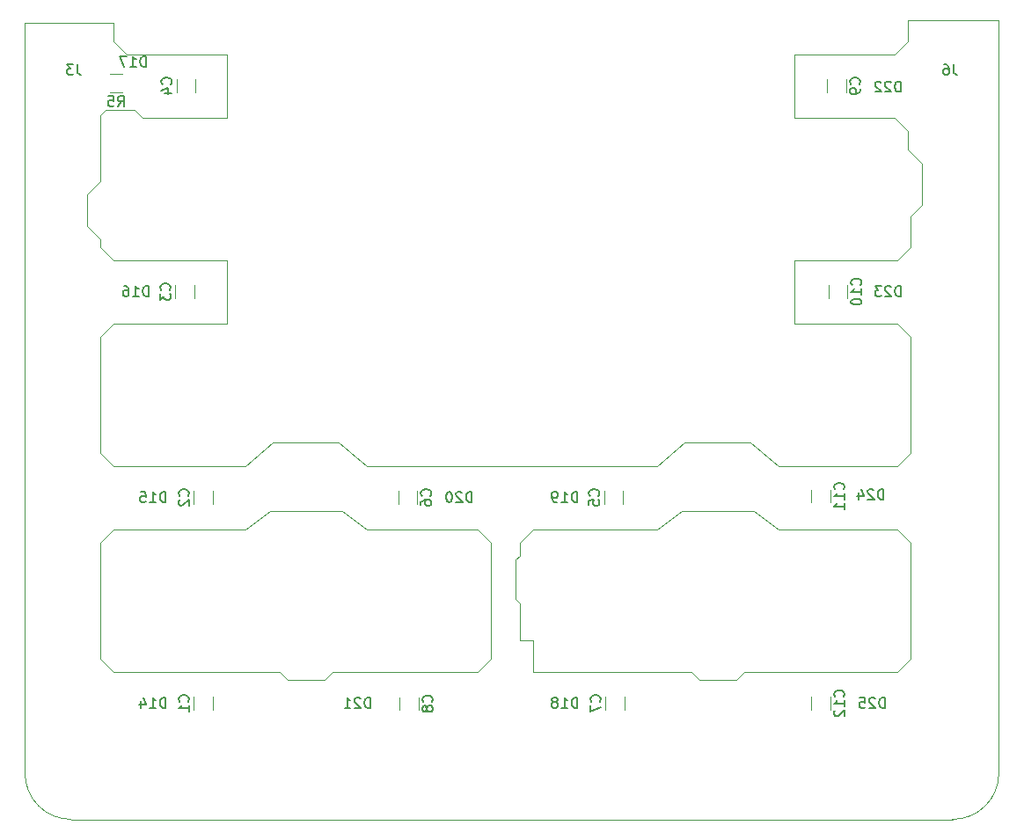
<source format=gbr>
G04 #@! TF.GenerationSoftware,KiCad,Pcbnew,(5.1.6)-1*
G04 #@! TF.CreationDate,2020-07-03T23:32:41-07:00*
G04 #@! TF.ProjectId,daughter,64617567-6874-4657-922e-6b696361645f,rev?*
G04 #@! TF.SameCoordinates,Original*
G04 #@! TF.FileFunction,Legend,Bot*
G04 #@! TF.FilePolarity,Positive*
%FSLAX46Y46*%
G04 Gerber Fmt 4.6, Leading zero omitted, Abs format (unit mm)*
G04 Created by KiCad (PCBNEW (5.1.6)-1) date 2020-07-03 23:32:41*
%MOMM*%
%LPD*%
G01*
G04 APERTURE LIST*
G04 #@! TA.AperFunction,Profile*
%ADD10C,0.050000*%
G04 #@! TD*
G04 #@! TA.AperFunction,Profile*
%ADD11C,0.120000*%
G04 #@! TD*
%ADD12C,0.120000*%
%ADD13C,0.150000*%
G04 APERTURE END LIST*
D10*
X167005000Y-81851500D02*
X173355000Y-81851500D01*
X176022000Y-84074000D02*
X173355000Y-81851500D01*
X164338000Y-84074000D02*
X167005000Y-81851500D01*
X173672500Y-88455500D02*
X166687500Y-88455500D01*
X176022000Y-90170000D02*
X173672500Y-88455500D01*
X164338000Y-90170000D02*
X166687500Y-88455500D01*
X127381000Y-81851500D02*
X133731000Y-81851500D01*
X134048500Y-88455500D02*
X127063500Y-88455500D01*
X136398000Y-90170000D02*
X134048500Y-88455500D01*
X136398000Y-84074000D02*
X133731000Y-81851500D01*
X124714000Y-84074000D02*
X127381000Y-81851500D01*
X124714000Y-90170000D02*
X127063500Y-88455500D01*
X107950000Y-118110000D02*
X192786000Y-118110000D01*
X197231000Y-41148000D02*
X196596000Y-41148000D01*
X197231000Y-113665000D02*
X197231000Y-41148000D01*
X103505000Y-41402000D02*
X104140000Y-41402000D01*
X103505000Y-113665000D02*
X103505000Y-41402000D01*
D11*
X107950000Y-118110000D02*
G75*
G02*
X103505000Y-113665000I0J4445000D01*
G01*
X197231000Y-113665000D02*
G75*
G02*
X192786000Y-118110000I-4445000J0D01*
G01*
D10*
X188468000Y-41148000D02*
X196596000Y-41148000D01*
X188468000Y-43180000D02*
X188468000Y-41148000D01*
X187198000Y-44450000D02*
X188468000Y-43180000D01*
X177546000Y-44450000D02*
X187198000Y-44450000D01*
X177546000Y-50546000D02*
X177546000Y-44450000D01*
X187198000Y-50546000D02*
X177546000Y-50546000D01*
X188468000Y-51816000D02*
X187198000Y-50546000D01*
X188468000Y-53594000D02*
X188468000Y-51816000D01*
X189865000Y-54991000D02*
X188468000Y-53594000D01*
X189865000Y-58928000D02*
X189865000Y-54991000D01*
X188722000Y-60071000D02*
X189865000Y-58928000D01*
X188722000Y-62992000D02*
X188722000Y-60071000D01*
X187452000Y-64262000D02*
X188722000Y-62992000D01*
X177546000Y-64262000D02*
X187452000Y-64262000D01*
X177546000Y-70358000D02*
X177546000Y-64262000D01*
X187452000Y-70358000D02*
X177546000Y-70358000D01*
X188722000Y-71628000D02*
X187452000Y-70358000D01*
X188722000Y-82804000D02*
X188722000Y-71628000D01*
X187452000Y-84074000D02*
X188722000Y-82804000D01*
X176022000Y-84074000D02*
X187452000Y-84074000D01*
X187452000Y-90170000D02*
X176022000Y-90170000D01*
X188722000Y-91440000D02*
X187452000Y-90170000D01*
X188722000Y-102616000D02*
X188722000Y-91440000D01*
X187452000Y-103886000D02*
X188722000Y-102616000D01*
X172720000Y-103886000D02*
X187452000Y-103886000D01*
X171958000Y-104648000D02*
X172720000Y-103886000D01*
X168402000Y-104648000D02*
X171958000Y-104648000D01*
X167640000Y-103886000D02*
X168402000Y-104648000D01*
X152400000Y-103886000D02*
X167640000Y-103886000D01*
X152400000Y-100838000D02*
X152400000Y-103886000D01*
X151130000Y-100838000D02*
X152400000Y-100838000D01*
X151130000Y-97282000D02*
X151130000Y-100838000D01*
X150749000Y-96901000D02*
X151130000Y-97282000D01*
X150749000Y-93091000D02*
X150749000Y-96901000D01*
X151130000Y-92710000D02*
X150749000Y-93091000D01*
X151130000Y-91440000D02*
X151130000Y-92710000D01*
X152400000Y-90170000D02*
X151130000Y-91440000D01*
X164338000Y-90170000D02*
X152400000Y-90170000D01*
X136398000Y-84074000D02*
X164338000Y-84074000D01*
X147066000Y-90170000D02*
X136398000Y-90170000D01*
X148336000Y-91440000D02*
X147066000Y-90170000D01*
X148336000Y-102616000D02*
X148336000Y-91440000D01*
X147066000Y-103886000D02*
X148336000Y-102616000D01*
X133096000Y-103886000D02*
X147066000Y-103886000D01*
X132334000Y-104648000D02*
X133096000Y-103886000D01*
X128778000Y-104648000D02*
X132334000Y-104648000D01*
X128016000Y-103886000D02*
X128778000Y-104648000D01*
X112014000Y-103886000D02*
X128016000Y-103886000D01*
X110744000Y-102616000D02*
X112014000Y-103886000D01*
X110744000Y-91440000D02*
X110744000Y-102616000D01*
X112014000Y-90170000D02*
X110744000Y-91440000D01*
X124714000Y-90170000D02*
X112014000Y-90170000D01*
X112014000Y-84074000D02*
X124714000Y-84074000D01*
X110744000Y-82804000D02*
X112014000Y-84074000D01*
X110744000Y-71628000D02*
X110744000Y-82804000D01*
X112014000Y-70358000D02*
X110744000Y-71628000D01*
X122936000Y-70358000D02*
X112014000Y-70358000D01*
X122936000Y-64262000D02*
X122936000Y-70358000D01*
X112014000Y-64262000D02*
X122936000Y-64262000D01*
X110744000Y-62992000D02*
X112014000Y-64262000D01*
X110744000Y-62230000D02*
X110744000Y-62992000D01*
X109474000Y-60960000D02*
X110744000Y-62230000D01*
X109474000Y-57912000D02*
X109474000Y-60960000D01*
X110744000Y-56642000D02*
X109474000Y-57912000D01*
X110744000Y-50292000D02*
X110744000Y-56642000D01*
X111252000Y-49784000D02*
X110744000Y-50292000D01*
X114046000Y-49784000D02*
X111252000Y-49784000D01*
X114808000Y-50546000D02*
X114046000Y-49784000D01*
X122936000Y-50546000D02*
X114808000Y-50546000D01*
X122936000Y-44450000D02*
X122936000Y-50546000D01*
X113284000Y-44450000D02*
X122936000Y-44450000D01*
X112014000Y-43180000D02*
X113284000Y-44450000D01*
X112014000Y-41402000D02*
X112014000Y-43180000D01*
X104140000Y-41402000D02*
X112014000Y-41402000D01*
D12*
X112870064Y-48154000D02*
X111665936Y-48154000D01*
X112870064Y-46334000D02*
X111665936Y-46334000D01*
X119740000Y-106331936D02*
X119740000Y-107536064D01*
X121560000Y-106331936D02*
X121560000Y-107536064D01*
X119740000Y-86519936D02*
X119740000Y-87724064D01*
X121560000Y-86519936D02*
X121560000Y-87724064D01*
X119782000Y-66707936D02*
X119782000Y-67912064D01*
X117962000Y-66707936D02*
X117962000Y-67912064D01*
X118089000Y-46895936D02*
X118089000Y-48100064D01*
X119909000Y-46895936D02*
X119909000Y-48100064D01*
X159237000Y-86519936D02*
X159237000Y-87724064D01*
X161057000Y-86519936D02*
X161057000Y-87724064D01*
X139425000Y-87724064D02*
X139425000Y-86519936D01*
X141245000Y-87724064D02*
X141245000Y-86519936D01*
X159364000Y-106331936D02*
X159364000Y-107536064D01*
X161184000Y-106331936D02*
X161184000Y-107536064D01*
X141372000Y-107572564D02*
X141372000Y-106368436D01*
X139552000Y-107572564D02*
X139552000Y-106368436D01*
X180700000Y-48100064D02*
X180700000Y-46895936D01*
X182520000Y-48100064D02*
X182520000Y-46895936D01*
X180827000Y-67912064D02*
X180827000Y-66707936D01*
X182647000Y-67912064D02*
X182647000Y-66707936D01*
X180996000Y-87597064D02*
X180996000Y-86392936D01*
X179176000Y-87597064D02*
X179176000Y-86392936D01*
X180996000Y-107536064D02*
X180996000Y-106331936D01*
X179176000Y-107536064D02*
X179176000Y-106331936D01*
D13*
X108537333Y-45426380D02*
X108537333Y-46140666D01*
X108584952Y-46283523D01*
X108680190Y-46378761D01*
X108823047Y-46426380D01*
X108918285Y-46426380D01*
X108156380Y-45426380D02*
X107537333Y-45426380D01*
X107870666Y-45807333D01*
X107727809Y-45807333D01*
X107632571Y-45854952D01*
X107584952Y-45902571D01*
X107537333Y-45997809D01*
X107537333Y-46235904D01*
X107584952Y-46331142D01*
X107632571Y-46378761D01*
X107727809Y-46426380D01*
X108013523Y-46426380D01*
X108108761Y-46378761D01*
X108156380Y-46331142D01*
X146502285Y-87574380D02*
X146502285Y-86574380D01*
X146264190Y-86574380D01*
X146121333Y-86622000D01*
X146026095Y-86717238D01*
X145978476Y-86812476D01*
X145930857Y-87002952D01*
X145930857Y-87145809D01*
X145978476Y-87336285D01*
X146026095Y-87431523D01*
X146121333Y-87526761D01*
X146264190Y-87574380D01*
X146502285Y-87574380D01*
X145549904Y-86669619D02*
X145502285Y-86622000D01*
X145407047Y-86574380D01*
X145168952Y-86574380D01*
X145073714Y-86622000D01*
X145026095Y-86669619D01*
X144978476Y-86764857D01*
X144978476Y-86860095D01*
X145026095Y-87002952D01*
X145597523Y-87574380D01*
X144978476Y-87574380D01*
X144359428Y-86574380D02*
X144264190Y-86574380D01*
X144168952Y-86622000D01*
X144121333Y-86669619D01*
X144073714Y-86764857D01*
X144026095Y-86955333D01*
X144026095Y-87193428D01*
X144073714Y-87383904D01*
X144121333Y-87479142D01*
X144168952Y-87526761D01*
X144264190Y-87574380D01*
X144359428Y-87574380D01*
X144454666Y-87526761D01*
X144502285Y-87479142D01*
X144549904Y-87383904D01*
X144597523Y-87193428D01*
X144597523Y-86955333D01*
X144549904Y-86764857D01*
X144502285Y-86669619D01*
X144454666Y-86622000D01*
X144359428Y-86574380D01*
X112434666Y-49474380D02*
X112768000Y-48998190D01*
X113006095Y-49474380D02*
X113006095Y-48474380D01*
X112625142Y-48474380D01*
X112529904Y-48522000D01*
X112482285Y-48569619D01*
X112434666Y-48664857D01*
X112434666Y-48807714D01*
X112482285Y-48902952D01*
X112529904Y-48950571D01*
X112625142Y-48998190D01*
X113006095Y-48998190D01*
X111529904Y-48474380D02*
X112006095Y-48474380D01*
X112053714Y-48950571D01*
X112006095Y-48902952D01*
X111910857Y-48855333D01*
X111672761Y-48855333D01*
X111577523Y-48902952D01*
X111529904Y-48950571D01*
X111482285Y-49045809D01*
X111482285Y-49283904D01*
X111529904Y-49379142D01*
X111577523Y-49426761D01*
X111672761Y-49474380D01*
X111910857Y-49474380D01*
X112006095Y-49426761D01*
X112053714Y-49379142D01*
X119187142Y-106767333D02*
X119234761Y-106719714D01*
X119282380Y-106576857D01*
X119282380Y-106481619D01*
X119234761Y-106338761D01*
X119139523Y-106243523D01*
X119044285Y-106195904D01*
X118853809Y-106148285D01*
X118710952Y-106148285D01*
X118520476Y-106195904D01*
X118425238Y-106243523D01*
X118330000Y-106338761D01*
X118282380Y-106481619D01*
X118282380Y-106576857D01*
X118330000Y-106719714D01*
X118377619Y-106767333D01*
X119282380Y-107719714D02*
X119282380Y-107148285D01*
X119282380Y-107434000D02*
X118282380Y-107434000D01*
X118425238Y-107338761D01*
X118520476Y-107243523D01*
X118568095Y-107148285D01*
X119187142Y-86955333D02*
X119234761Y-86907714D01*
X119282380Y-86764857D01*
X119282380Y-86669619D01*
X119234761Y-86526761D01*
X119139523Y-86431523D01*
X119044285Y-86383904D01*
X118853809Y-86336285D01*
X118710952Y-86336285D01*
X118520476Y-86383904D01*
X118425238Y-86431523D01*
X118330000Y-86526761D01*
X118282380Y-86669619D01*
X118282380Y-86764857D01*
X118330000Y-86907714D01*
X118377619Y-86955333D01*
X118377619Y-87336285D02*
X118330000Y-87383904D01*
X118282380Y-87479142D01*
X118282380Y-87717238D01*
X118330000Y-87812476D01*
X118377619Y-87860095D01*
X118472857Y-87907714D01*
X118568095Y-87907714D01*
X118710952Y-87860095D01*
X119282380Y-87288666D01*
X119282380Y-87907714D01*
X117409142Y-67143333D02*
X117456761Y-67095714D01*
X117504380Y-66952857D01*
X117504380Y-66857619D01*
X117456761Y-66714761D01*
X117361523Y-66619523D01*
X117266285Y-66571904D01*
X117075809Y-66524285D01*
X116932952Y-66524285D01*
X116742476Y-66571904D01*
X116647238Y-66619523D01*
X116552000Y-66714761D01*
X116504380Y-66857619D01*
X116504380Y-66952857D01*
X116552000Y-67095714D01*
X116599619Y-67143333D01*
X116504380Y-67476666D02*
X116504380Y-68095714D01*
X116885333Y-67762380D01*
X116885333Y-67905238D01*
X116932952Y-68000476D01*
X116980571Y-68048095D01*
X117075809Y-68095714D01*
X117313904Y-68095714D01*
X117409142Y-68048095D01*
X117456761Y-68000476D01*
X117504380Y-67905238D01*
X117504380Y-67619523D01*
X117456761Y-67524285D01*
X117409142Y-67476666D01*
X117536142Y-47331333D02*
X117583761Y-47283714D01*
X117631380Y-47140857D01*
X117631380Y-47045619D01*
X117583761Y-46902761D01*
X117488523Y-46807523D01*
X117393285Y-46759904D01*
X117202809Y-46712285D01*
X117059952Y-46712285D01*
X116869476Y-46759904D01*
X116774238Y-46807523D01*
X116679000Y-46902761D01*
X116631380Y-47045619D01*
X116631380Y-47140857D01*
X116679000Y-47283714D01*
X116726619Y-47331333D01*
X116964714Y-48188476D02*
X117631380Y-48188476D01*
X116583761Y-47950380D02*
X117298047Y-47712285D01*
X117298047Y-48331333D01*
X158684142Y-86955333D02*
X158731761Y-86907714D01*
X158779380Y-86764857D01*
X158779380Y-86669619D01*
X158731761Y-86526761D01*
X158636523Y-86431523D01*
X158541285Y-86383904D01*
X158350809Y-86336285D01*
X158207952Y-86336285D01*
X158017476Y-86383904D01*
X157922238Y-86431523D01*
X157827000Y-86526761D01*
X157779380Y-86669619D01*
X157779380Y-86764857D01*
X157827000Y-86907714D01*
X157874619Y-86955333D01*
X157779380Y-87860095D02*
X157779380Y-87383904D01*
X158255571Y-87336285D01*
X158207952Y-87383904D01*
X158160333Y-87479142D01*
X158160333Y-87717238D01*
X158207952Y-87812476D01*
X158255571Y-87860095D01*
X158350809Y-87907714D01*
X158588904Y-87907714D01*
X158684142Y-87860095D01*
X158731761Y-87812476D01*
X158779380Y-87717238D01*
X158779380Y-87479142D01*
X158731761Y-87383904D01*
X158684142Y-87336285D01*
X142512142Y-86955333D02*
X142559761Y-86907714D01*
X142607380Y-86764857D01*
X142607380Y-86669619D01*
X142559761Y-86526761D01*
X142464523Y-86431523D01*
X142369285Y-86383904D01*
X142178809Y-86336285D01*
X142035952Y-86336285D01*
X141845476Y-86383904D01*
X141750238Y-86431523D01*
X141655000Y-86526761D01*
X141607380Y-86669619D01*
X141607380Y-86764857D01*
X141655000Y-86907714D01*
X141702619Y-86955333D01*
X141607380Y-87812476D02*
X141607380Y-87622000D01*
X141655000Y-87526761D01*
X141702619Y-87479142D01*
X141845476Y-87383904D01*
X142035952Y-87336285D01*
X142416904Y-87336285D01*
X142512142Y-87383904D01*
X142559761Y-87431523D01*
X142607380Y-87526761D01*
X142607380Y-87717238D01*
X142559761Y-87812476D01*
X142512142Y-87860095D01*
X142416904Y-87907714D01*
X142178809Y-87907714D01*
X142083571Y-87860095D01*
X142035952Y-87812476D01*
X141988333Y-87717238D01*
X141988333Y-87526761D01*
X142035952Y-87431523D01*
X142083571Y-87383904D01*
X142178809Y-87336285D01*
X158811142Y-106767333D02*
X158858761Y-106719714D01*
X158906380Y-106576857D01*
X158906380Y-106481619D01*
X158858761Y-106338761D01*
X158763523Y-106243523D01*
X158668285Y-106195904D01*
X158477809Y-106148285D01*
X158334952Y-106148285D01*
X158144476Y-106195904D01*
X158049238Y-106243523D01*
X157954000Y-106338761D01*
X157906380Y-106481619D01*
X157906380Y-106576857D01*
X157954000Y-106719714D01*
X158001619Y-106767333D01*
X157906380Y-107100666D02*
X157906380Y-107767333D01*
X158906380Y-107338761D01*
X142639142Y-106803833D02*
X142686761Y-106756214D01*
X142734380Y-106613357D01*
X142734380Y-106518119D01*
X142686761Y-106375261D01*
X142591523Y-106280023D01*
X142496285Y-106232404D01*
X142305809Y-106184785D01*
X142162952Y-106184785D01*
X141972476Y-106232404D01*
X141877238Y-106280023D01*
X141782000Y-106375261D01*
X141734380Y-106518119D01*
X141734380Y-106613357D01*
X141782000Y-106756214D01*
X141829619Y-106803833D01*
X142162952Y-107375261D02*
X142115333Y-107280023D01*
X142067714Y-107232404D01*
X141972476Y-107184785D01*
X141924857Y-107184785D01*
X141829619Y-107232404D01*
X141782000Y-107280023D01*
X141734380Y-107375261D01*
X141734380Y-107565738D01*
X141782000Y-107660976D01*
X141829619Y-107708595D01*
X141924857Y-107756214D01*
X141972476Y-107756214D01*
X142067714Y-107708595D01*
X142115333Y-107660976D01*
X142162952Y-107565738D01*
X142162952Y-107375261D01*
X142210571Y-107280023D01*
X142258190Y-107232404D01*
X142353428Y-107184785D01*
X142543904Y-107184785D01*
X142639142Y-107232404D01*
X142686761Y-107280023D01*
X142734380Y-107375261D01*
X142734380Y-107565738D01*
X142686761Y-107660976D01*
X142639142Y-107708595D01*
X142543904Y-107756214D01*
X142353428Y-107756214D01*
X142258190Y-107708595D01*
X142210571Y-107660976D01*
X142162952Y-107565738D01*
X183787142Y-47331333D02*
X183834761Y-47283714D01*
X183882380Y-47140857D01*
X183882380Y-47045619D01*
X183834761Y-46902761D01*
X183739523Y-46807523D01*
X183644285Y-46759904D01*
X183453809Y-46712285D01*
X183310952Y-46712285D01*
X183120476Y-46759904D01*
X183025238Y-46807523D01*
X182930000Y-46902761D01*
X182882380Y-47045619D01*
X182882380Y-47140857D01*
X182930000Y-47283714D01*
X182977619Y-47331333D01*
X183882380Y-47807523D02*
X183882380Y-47998000D01*
X183834761Y-48093238D01*
X183787142Y-48140857D01*
X183644285Y-48236095D01*
X183453809Y-48283714D01*
X183072857Y-48283714D01*
X182977619Y-48236095D01*
X182930000Y-48188476D01*
X182882380Y-48093238D01*
X182882380Y-47902761D01*
X182930000Y-47807523D01*
X182977619Y-47759904D01*
X183072857Y-47712285D01*
X183310952Y-47712285D01*
X183406190Y-47759904D01*
X183453809Y-47807523D01*
X183501428Y-47902761D01*
X183501428Y-48093238D01*
X183453809Y-48188476D01*
X183406190Y-48236095D01*
X183310952Y-48283714D01*
X183914142Y-66667142D02*
X183961761Y-66619523D01*
X184009380Y-66476666D01*
X184009380Y-66381428D01*
X183961761Y-66238571D01*
X183866523Y-66143333D01*
X183771285Y-66095714D01*
X183580809Y-66048095D01*
X183437952Y-66048095D01*
X183247476Y-66095714D01*
X183152238Y-66143333D01*
X183057000Y-66238571D01*
X183009380Y-66381428D01*
X183009380Y-66476666D01*
X183057000Y-66619523D01*
X183104619Y-66667142D01*
X184009380Y-67619523D02*
X184009380Y-67048095D01*
X184009380Y-67333809D02*
X183009380Y-67333809D01*
X183152238Y-67238571D01*
X183247476Y-67143333D01*
X183295095Y-67048095D01*
X183009380Y-68238571D02*
X183009380Y-68333809D01*
X183057000Y-68429047D01*
X183104619Y-68476666D01*
X183199857Y-68524285D01*
X183390333Y-68571904D01*
X183628428Y-68571904D01*
X183818904Y-68524285D01*
X183914142Y-68476666D01*
X183961761Y-68429047D01*
X184009380Y-68333809D01*
X184009380Y-68238571D01*
X183961761Y-68143333D01*
X183914142Y-68095714D01*
X183818904Y-68048095D01*
X183628428Y-68000476D01*
X183390333Y-68000476D01*
X183199857Y-68048095D01*
X183104619Y-68095714D01*
X183057000Y-68143333D01*
X183009380Y-68238571D01*
X182263142Y-86352142D02*
X182310761Y-86304523D01*
X182358380Y-86161666D01*
X182358380Y-86066428D01*
X182310761Y-85923571D01*
X182215523Y-85828333D01*
X182120285Y-85780714D01*
X181929809Y-85733095D01*
X181786952Y-85733095D01*
X181596476Y-85780714D01*
X181501238Y-85828333D01*
X181406000Y-85923571D01*
X181358380Y-86066428D01*
X181358380Y-86161666D01*
X181406000Y-86304523D01*
X181453619Y-86352142D01*
X182358380Y-87304523D02*
X182358380Y-86733095D01*
X182358380Y-87018809D02*
X181358380Y-87018809D01*
X181501238Y-86923571D01*
X181596476Y-86828333D01*
X181644095Y-86733095D01*
X182358380Y-88256904D02*
X182358380Y-87685476D01*
X182358380Y-87971190D02*
X181358380Y-87971190D01*
X181501238Y-87875952D01*
X181596476Y-87780714D01*
X181644095Y-87685476D01*
X182263142Y-106291142D02*
X182310761Y-106243523D01*
X182358380Y-106100666D01*
X182358380Y-106005428D01*
X182310761Y-105862571D01*
X182215523Y-105767333D01*
X182120285Y-105719714D01*
X181929809Y-105672095D01*
X181786952Y-105672095D01*
X181596476Y-105719714D01*
X181501238Y-105767333D01*
X181406000Y-105862571D01*
X181358380Y-106005428D01*
X181358380Y-106100666D01*
X181406000Y-106243523D01*
X181453619Y-106291142D01*
X182358380Y-107243523D02*
X182358380Y-106672095D01*
X182358380Y-106957809D02*
X181358380Y-106957809D01*
X181501238Y-106862571D01*
X181596476Y-106767333D01*
X181644095Y-106672095D01*
X181453619Y-107624476D02*
X181406000Y-107672095D01*
X181358380Y-107767333D01*
X181358380Y-108005428D01*
X181406000Y-108100666D01*
X181453619Y-108148285D01*
X181548857Y-108195904D01*
X181644095Y-108195904D01*
X181786952Y-108148285D01*
X182358380Y-107576857D01*
X182358380Y-108195904D01*
X117038285Y-107386380D02*
X117038285Y-106386380D01*
X116800190Y-106386380D01*
X116657333Y-106434000D01*
X116562095Y-106529238D01*
X116514476Y-106624476D01*
X116466857Y-106814952D01*
X116466857Y-106957809D01*
X116514476Y-107148285D01*
X116562095Y-107243523D01*
X116657333Y-107338761D01*
X116800190Y-107386380D01*
X117038285Y-107386380D01*
X115514476Y-107386380D02*
X116085904Y-107386380D01*
X115800190Y-107386380D02*
X115800190Y-106386380D01*
X115895428Y-106529238D01*
X115990666Y-106624476D01*
X116085904Y-106672095D01*
X114657333Y-106719714D02*
X114657333Y-107386380D01*
X114895428Y-106338761D02*
X115133523Y-107053047D01*
X114514476Y-107053047D01*
X117038285Y-87574380D02*
X117038285Y-86574380D01*
X116800190Y-86574380D01*
X116657333Y-86622000D01*
X116562095Y-86717238D01*
X116514476Y-86812476D01*
X116466857Y-87002952D01*
X116466857Y-87145809D01*
X116514476Y-87336285D01*
X116562095Y-87431523D01*
X116657333Y-87526761D01*
X116800190Y-87574380D01*
X117038285Y-87574380D01*
X115514476Y-87574380D02*
X116085904Y-87574380D01*
X115800190Y-87574380D02*
X115800190Y-86574380D01*
X115895428Y-86717238D01*
X115990666Y-86812476D01*
X116085904Y-86860095D01*
X114609714Y-86574380D02*
X115085904Y-86574380D01*
X115133523Y-87050571D01*
X115085904Y-87002952D01*
X114990666Y-86955333D01*
X114752571Y-86955333D01*
X114657333Y-87002952D01*
X114609714Y-87050571D01*
X114562095Y-87145809D01*
X114562095Y-87383904D01*
X114609714Y-87479142D01*
X114657333Y-87526761D01*
X114752571Y-87574380D01*
X114990666Y-87574380D01*
X115085904Y-87526761D01*
X115133523Y-87479142D01*
X115387285Y-67762380D02*
X115387285Y-66762380D01*
X115149190Y-66762380D01*
X115006333Y-66810000D01*
X114911095Y-66905238D01*
X114863476Y-67000476D01*
X114815857Y-67190952D01*
X114815857Y-67333809D01*
X114863476Y-67524285D01*
X114911095Y-67619523D01*
X115006333Y-67714761D01*
X115149190Y-67762380D01*
X115387285Y-67762380D01*
X113863476Y-67762380D02*
X114434904Y-67762380D01*
X114149190Y-67762380D02*
X114149190Y-66762380D01*
X114244428Y-66905238D01*
X114339666Y-67000476D01*
X114434904Y-67048095D01*
X113006333Y-66762380D02*
X113196809Y-66762380D01*
X113292047Y-66810000D01*
X113339666Y-66857619D01*
X113434904Y-67000476D01*
X113482523Y-67190952D01*
X113482523Y-67571904D01*
X113434904Y-67667142D01*
X113387285Y-67714761D01*
X113292047Y-67762380D01*
X113101571Y-67762380D01*
X113006333Y-67714761D01*
X112958714Y-67667142D01*
X112911095Y-67571904D01*
X112911095Y-67333809D01*
X112958714Y-67238571D01*
X113006333Y-67190952D01*
X113101571Y-67143333D01*
X113292047Y-67143333D01*
X113387285Y-67190952D01*
X113434904Y-67238571D01*
X113482523Y-67333809D01*
X115133285Y-45664380D02*
X115133285Y-44664380D01*
X114895190Y-44664380D01*
X114752333Y-44712000D01*
X114657095Y-44807238D01*
X114609476Y-44902476D01*
X114561857Y-45092952D01*
X114561857Y-45235809D01*
X114609476Y-45426285D01*
X114657095Y-45521523D01*
X114752333Y-45616761D01*
X114895190Y-45664380D01*
X115133285Y-45664380D01*
X113609476Y-45664380D02*
X114180904Y-45664380D01*
X113895190Y-45664380D02*
X113895190Y-44664380D01*
X113990428Y-44807238D01*
X114085666Y-44902476D01*
X114180904Y-44950095D01*
X113276142Y-44664380D02*
X112609476Y-44664380D01*
X113038047Y-45664380D01*
X156662285Y-107386380D02*
X156662285Y-106386380D01*
X156424190Y-106386380D01*
X156281333Y-106434000D01*
X156186095Y-106529238D01*
X156138476Y-106624476D01*
X156090857Y-106814952D01*
X156090857Y-106957809D01*
X156138476Y-107148285D01*
X156186095Y-107243523D01*
X156281333Y-107338761D01*
X156424190Y-107386380D01*
X156662285Y-107386380D01*
X155138476Y-107386380D02*
X155709904Y-107386380D01*
X155424190Y-107386380D02*
X155424190Y-106386380D01*
X155519428Y-106529238D01*
X155614666Y-106624476D01*
X155709904Y-106672095D01*
X154567047Y-106814952D02*
X154662285Y-106767333D01*
X154709904Y-106719714D01*
X154757523Y-106624476D01*
X154757523Y-106576857D01*
X154709904Y-106481619D01*
X154662285Y-106434000D01*
X154567047Y-106386380D01*
X154376571Y-106386380D01*
X154281333Y-106434000D01*
X154233714Y-106481619D01*
X154186095Y-106576857D01*
X154186095Y-106624476D01*
X154233714Y-106719714D01*
X154281333Y-106767333D01*
X154376571Y-106814952D01*
X154567047Y-106814952D01*
X154662285Y-106862571D01*
X154709904Y-106910190D01*
X154757523Y-107005428D01*
X154757523Y-107195904D01*
X154709904Y-107291142D01*
X154662285Y-107338761D01*
X154567047Y-107386380D01*
X154376571Y-107386380D01*
X154281333Y-107338761D01*
X154233714Y-107291142D01*
X154186095Y-107195904D01*
X154186095Y-107005428D01*
X154233714Y-106910190D01*
X154281333Y-106862571D01*
X154376571Y-106814952D01*
X156662285Y-87574380D02*
X156662285Y-86574380D01*
X156424190Y-86574380D01*
X156281333Y-86622000D01*
X156186095Y-86717238D01*
X156138476Y-86812476D01*
X156090857Y-87002952D01*
X156090857Y-87145809D01*
X156138476Y-87336285D01*
X156186095Y-87431523D01*
X156281333Y-87526761D01*
X156424190Y-87574380D01*
X156662285Y-87574380D01*
X155138476Y-87574380D02*
X155709904Y-87574380D01*
X155424190Y-87574380D02*
X155424190Y-86574380D01*
X155519428Y-86717238D01*
X155614666Y-86812476D01*
X155709904Y-86860095D01*
X154662285Y-87574380D02*
X154471809Y-87574380D01*
X154376571Y-87526761D01*
X154328952Y-87479142D01*
X154233714Y-87336285D01*
X154186095Y-87145809D01*
X154186095Y-86764857D01*
X154233714Y-86669619D01*
X154281333Y-86622000D01*
X154376571Y-86574380D01*
X154567047Y-86574380D01*
X154662285Y-86622000D01*
X154709904Y-86669619D01*
X154757523Y-86764857D01*
X154757523Y-87002952D01*
X154709904Y-87098190D01*
X154662285Y-87145809D01*
X154567047Y-87193428D01*
X154376571Y-87193428D01*
X154281333Y-87145809D01*
X154233714Y-87098190D01*
X154186095Y-87002952D01*
X136723285Y-107386380D02*
X136723285Y-106386380D01*
X136485190Y-106386380D01*
X136342333Y-106434000D01*
X136247095Y-106529238D01*
X136199476Y-106624476D01*
X136151857Y-106814952D01*
X136151857Y-106957809D01*
X136199476Y-107148285D01*
X136247095Y-107243523D01*
X136342333Y-107338761D01*
X136485190Y-107386380D01*
X136723285Y-107386380D01*
X135770904Y-106481619D02*
X135723285Y-106434000D01*
X135628047Y-106386380D01*
X135389952Y-106386380D01*
X135294714Y-106434000D01*
X135247095Y-106481619D01*
X135199476Y-106576857D01*
X135199476Y-106672095D01*
X135247095Y-106814952D01*
X135818523Y-107386380D01*
X135199476Y-107386380D01*
X134247095Y-107386380D02*
X134818523Y-107386380D01*
X134532809Y-107386380D02*
X134532809Y-106386380D01*
X134628047Y-106529238D01*
X134723285Y-106624476D01*
X134818523Y-106672095D01*
X187777285Y-48077380D02*
X187777285Y-47077380D01*
X187539190Y-47077380D01*
X187396333Y-47125000D01*
X187301095Y-47220238D01*
X187253476Y-47315476D01*
X187205857Y-47505952D01*
X187205857Y-47648809D01*
X187253476Y-47839285D01*
X187301095Y-47934523D01*
X187396333Y-48029761D01*
X187539190Y-48077380D01*
X187777285Y-48077380D01*
X186824904Y-47172619D02*
X186777285Y-47125000D01*
X186682047Y-47077380D01*
X186443952Y-47077380D01*
X186348714Y-47125000D01*
X186301095Y-47172619D01*
X186253476Y-47267857D01*
X186253476Y-47363095D01*
X186301095Y-47505952D01*
X186872523Y-48077380D01*
X186253476Y-48077380D01*
X185872523Y-47172619D02*
X185824904Y-47125000D01*
X185729666Y-47077380D01*
X185491571Y-47077380D01*
X185396333Y-47125000D01*
X185348714Y-47172619D01*
X185301095Y-47267857D01*
X185301095Y-47363095D01*
X185348714Y-47505952D01*
X185920142Y-48077380D01*
X185301095Y-48077380D01*
X187777285Y-67762380D02*
X187777285Y-66762380D01*
X187539190Y-66762380D01*
X187396333Y-66810000D01*
X187301095Y-66905238D01*
X187253476Y-67000476D01*
X187205857Y-67190952D01*
X187205857Y-67333809D01*
X187253476Y-67524285D01*
X187301095Y-67619523D01*
X187396333Y-67714761D01*
X187539190Y-67762380D01*
X187777285Y-67762380D01*
X186824904Y-66857619D02*
X186777285Y-66810000D01*
X186682047Y-66762380D01*
X186443952Y-66762380D01*
X186348714Y-66810000D01*
X186301095Y-66857619D01*
X186253476Y-66952857D01*
X186253476Y-67048095D01*
X186301095Y-67190952D01*
X186872523Y-67762380D01*
X186253476Y-67762380D01*
X185920142Y-66762380D02*
X185301095Y-66762380D01*
X185634428Y-67143333D01*
X185491571Y-67143333D01*
X185396333Y-67190952D01*
X185348714Y-67238571D01*
X185301095Y-67333809D01*
X185301095Y-67571904D01*
X185348714Y-67667142D01*
X185396333Y-67714761D01*
X185491571Y-67762380D01*
X185777285Y-67762380D01*
X185872523Y-67714761D01*
X185920142Y-67667142D01*
X186126285Y-87320380D02*
X186126285Y-86320380D01*
X185888190Y-86320380D01*
X185745333Y-86368000D01*
X185650095Y-86463238D01*
X185602476Y-86558476D01*
X185554857Y-86748952D01*
X185554857Y-86891809D01*
X185602476Y-87082285D01*
X185650095Y-87177523D01*
X185745333Y-87272761D01*
X185888190Y-87320380D01*
X186126285Y-87320380D01*
X185173904Y-86415619D02*
X185126285Y-86368000D01*
X185031047Y-86320380D01*
X184792952Y-86320380D01*
X184697714Y-86368000D01*
X184650095Y-86415619D01*
X184602476Y-86510857D01*
X184602476Y-86606095D01*
X184650095Y-86748952D01*
X185221523Y-87320380D01*
X184602476Y-87320380D01*
X183745333Y-86653714D02*
X183745333Y-87320380D01*
X183983428Y-86272761D02*
X184221523Y-86987047D01*
X183602476Y-86987047D01*
X186253285Y-107386380D02*
X186253285Y-106386380D01*
X186015190Y-106386380D01*
X185872333Y-106434000D01*
X185777095Y-106529238D01*
X185729476Y-106624476D01*
X185681857Y-106814952D01*
X185681857Y-106957809D01*
X185729476Y-107148285D01*
X185777095Y-107243523D01*
X185872333Y-107338761D01*
X186015190Y-107386380D01*
X186253285Y-107386380D01*
X185300904Y-106481619D02*
X185253285Y-106434000D01*
X185158047Y-106386380D01*
X184919952Y-106386380D01*
X184824714Y-106434000D01*
X184777095Y-106481619D01*
X184729476Y-106576857D01*
X184729476Y-106672095D01*
X184777095Y-106814952D01*
X185348523Y-107386380D01*
X184729476Y-107386380D01*
X183824714Y-106386380D02*
X184300904Y-106386380D01*
X184348523Y-106862571D01*
X184300904Y-106814952D01*
X184205666Y-106767333D01*
X183967571Y-106767333D01*
X183872333Y-106814952D01*
X183824714Y-106862571D01*
X183777095Y-106957809D01*
X183777095Y-107195904D01*
X183824714Y-107291142D01*
X183872333Y-107338761D01*
X183967571Y-107386380D01*
X184205666Y-107386380D01*
X184300904Y-107338761D01*
X184348523Y-107291142D01*
X192865333Y-45426380D02*
X192865333Y-46140666D01*
X192912952Y-46283523D01*
X193008190Y-46378761D01*
X193151047Y-46426380D01*
X193246285Y-46426380D01*
X191960571Y-45426380D02*
X192151047Y-45426380D01*
X192246285Y-45474000D01*
X192293904Y-45521619D01*
X192389142Y-45664476D01*
X192436761Y-45854952D01*
X192436761Y-46235904D01*
X192389142Y-46331142D01*
X192341523Y-46378761D01*
X192246285Y-46426380D01*
X192055809Y-46426380D01*
X191960571Y-46378761D01*
X191912952Y-46331142D01*
X191865333Y-46235904D01*
X191865333Y-45997809D01*
X191912952Y-45902571D01*
X191960571Y-45854952D01*
X192055809Y-45807333D01*
X192246285Y-45807333D01*
X192341523Y-45854952D01*
X192389142Y-45902571D01*
X192436761Y-45997809D01*
M02*

</source>
